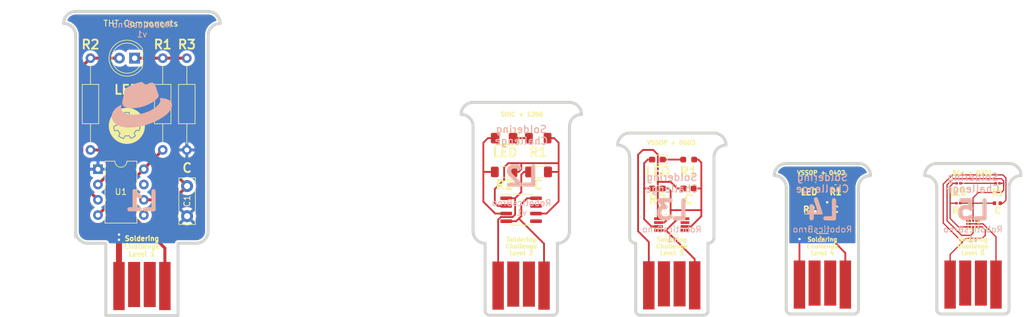
<source format=kicad_pcb>
(kicad_pcb (version 20211014) (generator pcbnew)
  (layers (0 "F.Cu" signal) (31 "B.Cu" signal) (34 "B.Paste" user) (35 "F.Paste" user) (36 "B.SilkS" user "B.Silkscreen") (37 "F.SilkS" user "F.Silkscreen") (38 "B.Mask" user) (39 "F.Mask" user) (44 "Edge.Cuts" user))
  (net 0 "")
  (net 2 "Net-(D1-Pad1)")
  (net 5 "Net-(C4-Pad1)")
  (net 7 "Net-(C6-Pad1)")
  (net 9 "Net-(C8-Pad1)")
  (net 12 "Net-(D2-Pad2)")
  (net 13 "Net-(D2-Pad1)")
  (net 14 "Net-(D3-Pad2)")
  (net 15 "Net-(D3-Pad1)")
  (net 16 "Net-(D4-Pad2)")
  (net 17 "Net-(D4-Pad1)")
  (net 18 "Net-(D5-Pad2)")
  (net 19 "Net-(D5-Pad1)")
  (net 24 "/Level 1 - THT/GND")
  (net 25 "/Level 2 - 1206/GND")
  (net 26 "/Level 1 - THT/VCC")
  (net 27 "/Level 2 - 1206/VCC")
  (net 28 "/Level 3 - 0603/GND")
  (net 29 "/Level 3 - 0603/VCC")
  (net 30 "/Level 4 - 0402/GND")
  (net 31 "/Level 4 - 0402/VCC")
  (net 32 "/Level 5 - 0201/GND")
  (net 33 "/Level 5 - 0201/VCC")
  (net 34 "Net-(C1-Pad1)")
  (net 44 "Net-(D1-Pad2)")
  (net 45 "Net-(U13-Pad1)")
  (footprint "LED_SMD:LED_1206_3216Metric_Pad1.42x1.75mm_HandSolder" (layer "F.Cu") (at 152.15 82.54 180)
    (fp_text reference "D2" hide)
    (fp_text value "LED" hide)
    (pad "1" smd roundrect locked (at -1.4875 0 180) (size 1.425 1.75) (layers "F.Cu" "F.Paste" "F.Mask") (roundrect_rratio 0.175439) (net 13 "Net-(D2-Pad1)"))
    (pad "2" smd roundrect locked (at 1.4875 0 180) (size 1.425 1.75) (layers "F.Cu" "F.Paste" "F.Mask") (roundrect_rratio 0.175439) (net 12 "Net-(D2-Pad2)"))
  )
  (footprint "Capacitor_SMD:C_1206_3216Metric_Pad1.33x1.80mm_HandSolder" (layer "F.Cu") (at 157.865 88.15 180)
    (fp_text reference "C4" hide)
    (fp_text value "4.7u")
    (pad "1" smd roundrect (at -1.5625 0 180) (size 1.325 1.8) (layers "F.Cu" "F.Paste" "F.Mask") (roundrect_rratio 0.188679) (net 5 "Net-(C4-Pad1)"))
    (pad "2" smd roundrect (at 1.5625 0 180) (size 1.325 1.8) (layers "F.Cu" "F.Paste" "F.Mask") (roundrect_rratio 0.188679) (net 25 "/Level 2 - 1206/GND"))
  )
  (footprint "Resistor_SMD:R_0603_1608Metric_Pad1.05x0.95mm_HandSolder" (layer "F.Cu") (at 177.6 90.9 180)
    (fp_text reference "R7" hide)
    (fp_text value "330R")
    (pad "1" smd roundrect locked (at -0.875 0 180) (size 1.05 0.95) (layers "F.Cu" "F.Paste" "F.Mask") (net 7 "Net-(C6-Pad1)"))
    (pad "2" smd roundrect locked (at 0.875 0 180) (size 1.05 0.95) (layers "F.Cu" "F.Paste" "F.Mask") (net 14 "Net-(D3-Pad2)"))
  )
  (footprint "Capacitor_THT:C_Disc_D7.5mm_W2.5mm_P5.00mm" (layer "F.Cu") (at 99.5 90.5 -90)
    (fp_text reference "C1" (at 2.5 0 90) (layer "F.SilkS"))
    (fp_text value "1u")
    (pad "1" thru_hole circle (at 0 0 270) (size 2 2) (drill 1) (layers *.Cu *.Mask) (net 34 "Net-(C1-Pad1)"))
    (pad "2" thru_hole circle (at 5 0 270) (size 2 2) (drill 1) (layers *.Cu *.Mask) (net 24 "/Level 1 - THT/GND"))
  )
  (footprint "Package_SO:SOIC-8_3.9x4.9mm_P1.27mm" (layer "F.Cu") (at 154.967 94.4321)
    (fp_text reference "U2" hide)
    (fp_text value "LMC555xM")
    (pad "1" smd roundrect locked (at -2.475 -1.905) (size 1.95 0.6) (layers "F.Cu" "F.Paste" "F.Mask") (net 25 "/Level 2 - 1206/GND"))
    (pad "2" smd roundrect locked (at -2.475 -0.635) (size 1.95 0.6) (layers "F.Cu" "F.Paste" "F.Mask") (net 5 "Net-(C4-Pad1)"))
    (pad "3" smd roundrect locked (at -2.475 0.635) (size 1.95 0.6) (layers "F.Cu" "F.Paste" "F.Mask") (net 12 "Net-(D2-Pad2)"))
    (pad "4" smd roundrect locked (at -2.475 1.905) (size 1.95 0.6) (layers "F.Cu" "F.Paste" "F.Mask") (net 27 "/Level 2 - 1206/VCC"))
    (pad "5" smd roundrect locked (at 2.475 1.905) (size 1.95 0.6) (layers "F.Cu" "F.Paste" "F.Mask"))
    (pad "6" smd roundrect locked (at 2.475 0.635) (size 1.95 0.6) (layers "F.Cu" "F.Paste" "F.Mask") (net 5 "Net-(C4-Pad1)"))
    (pad "7" smd roundrect locked (at 2.475 -0.635) (size 1.95 0.6) (layers "F.Cu" "F.Paste" "F.Mask"))
    (pad "8" smd roundrect locked (at 2.475 -1.905) (size 1.95 0.6) (layers "F.Cu" "F.Paste" "F.Mask") (net 27 "/Level 2 - 1206/VCC"))
  )
  (footprint "Package_SO:VSSOP-8_3.0x3.0mm_P0.65mm" (layer "F.Cu") (at 205.005 96.76)
    (fp_text reference "U4" hide)
    (fp_text value "LMC555xMM")
    (pad "1" smd rect locked (at -2.2 -0.975 270) (size 0.45 1.45) (layers "F.Cu" "F.Paste" "F.Mask") (net 30 "/Level 4 - 0402/GND"))
    (pad "2" smd rect locked (at -2.2 -0.325 270) (size 0.45 1.45) (layers "F.Cu" "F.Paste" "F.Mask") (net 9 "Net-(C8-Pad1)"))
    (pad "3" smd rect locked (at -2.2 0.325 270) (size 0.45 1.45) (layers "F.Cu" "F.Paste" "F.Mask") (net 16 "Net-(D4-Pad2)"))
    (pad "4" smd rect locked (at -2.2 0.975 270) (size 0.45 1.45) (layers "F.Cu" "F.Paste" "F.Mask") (net 31 "/Level 4 - 0402/VCC"))
    (pad "5" smd rect locked (at 2.2 0.975 270) (size 0.45 1.45) (layers "F.Cu" "F.Paste" "F.Mask"))
    (pad "6" smd rect locked (at 2.2 0.325 270) (size 0.45 1.45) (layers "F.Cu" "F.Paste" "F.Mask") (net 9 "Net-(C8-Pad1)"))
    (pad "7" smd rect locked (at 2.2 -0.325 270) (size 0.45 1.45) (layers "F.Cu" "F.Paste" "F.Mask"))
    (pad "8" smd rect locked (at 2.2 -0.975 270) (size 0.45 1.45) (layers "F.Cu" "F.Paste" "F.Mask") (net 31 "/Level 4 - 0402/VCC"))
  )
  (footprint "LED_SMD:LED_0402_1005Metric" (layer "F.Cu") (at 202.8 89.898 180)
    (fp_text reference "D4" hide)
    (fp_text value "LED" hide)
    (pad "1" smd roundrect locked (at -0.485 0 180) (size 0.59 0.64) (layers "F.Cu" "F.Paste" "F.Mask") (net 17 "Net-(D4-Pad1)"))
    (pad "2" smd roundrect locked (at 0.485 0 180) (size 0.59 0.64) (layers "F.Cu" "F.Paste" "F.Mask") (net 16 "Net-(D4-Pad2)"))
  )
  (footprint "Resistor_SMD:R_1206_3216Metric_Pad1.30x1.75mm_HandSolder" (layer "F.Cu") (at 152.15 88.15 180)
    (fp_text reference "R4" hide)
    (fp_text value "330R")
    (pad "1" smd roundrect (at -1.55 0 180) (size 1.3 1.75) (layers "F.Cu" "F.Paste" "F.Mask") (roundrect_rratio 0.192308) (net 5 "Net-(C4-Pad1)"))
    (pad "2" smd roundrect (at 1.55 0 180) (size 1.3 1.75) (layers "F.Cu" "F.Paste" "F.Mask") (roundrect_rratio 0.192308) (net 12 "Net-(D2-Pad2)"))
  )
  (footprint "Package_SO:VSSOP-8_3.0x3.0mm_P0.65mm" (layer "F.Cu") (at 179.986 96.887)
    (fp_text reference "U3" hide)
    (fp_text value "LMC555xMM")
    (pad "1" smd rect locked (at -2.2 -0.975 270) (size 0.45 1.45) (layers "F.Cu" "F.Paste" "F.Mask") (net 28 "/Level 3 - 0603/GND"))
    (pad "2" smd rect locked (at -2.2 -0.325 270) (size 0.45 1.45) (layers "F.Cu" "F.Paste" "F.Mask") (net 7 "Net-(C6-Pad1)"))
    (pad "3" smd rect locked (at -2.2 0.325 270) (size 0.45 1.45) (layers "F.Cu" "F.Paste" "F.Mask") (net 14 "Net-(D3-Pad2)"))
    (pad "4" smd rect locked (at -2.2 0.975 270) (size 0.45 1.45) (layers "F.Cu" "F.Paste" "F.Mask") (net 29 "/Level 3 - 0603/VCC"))
    (pad "5" smd rect locked (at 2.2 0.975 270) (size 0.45 1.45) (layers "F.Cu" "F.Paste" "F.Mask"))
    (pad "6" smd rect locked (at 2.2 0.325 270) (size 0.45 1.45) (layers "F.Cu" "F.Paste" "F.Mask") (net 7 "Net-(C6-Pad1)"))
    (pad "7" smd rect locked (at 2.2 -0.325 270) (size 0.45 1.45) (layers "F.Cu" "F.Paste" "F.Mask"))
    (pad "8" smd rect locked (at 2.2 -0.975 270) (size 0.45 1.45) (layers "F.Cu" "F.Paste" "F.Mask") (net 29 "/Level 3 - 0603/VCC"))
  )
  (footprint "LED_SMD:LED_0201_0603Metric" (layer "F.Cu") (at 227.611 90.043 180)
    (fp_text reference "D5" hide)
    (fp_text value "LED")
    (pad "1" smd roundrect locked (at -0.32 0 180) (size 0.46 0.4) (layers "F.Cu" "F.Mask") (net 19 "Net-(D5-Pad1)"))
    (pad "2" smd roundrect locked (at 0.32 0 180) (size 0.46 0.4) (layers "F.Cu" "F.Mask") (net 18 "Net-(D5-Pad2)"))
  )
  (footprint "Resistor_SMD:R_0402_1005Metric" (layer "F.Cu") (at 202.8 93.2 180)
    (fp_text reference "R10" hide)
    (fp_text value "330R")
    (pad "1" smd roundrect locked (at -0.485 0 180) (size 0.59 0.64) (layers "F.Cu" "F.Paste" "F.Mask") (net 9 "Net-(C8-Pad1)"))
    (pad "2" smd roundrect locked (at 0.485 0 180) (size 0.59 0.64) (layers "F.Cu" "F.Paste" "F.Mask") (net 16 "Net-(D4-Pad2)"))
  )
  (footprint "Package_BGA:Texas_DSBGA-8_1.43x1.41mm_Layout3x3_P0.5mm" (layer "F.Cu") (at 230.024 96.774 -90)
    (fp_text reference "U5" hide)
    (fp_text value "LMC555xTP")
    (pad "A1" smd circle locked (at -0.5 -0.5 270) (size 0.25 0.25) (layers "F.Cu" "F.Mask"))
    (pad "A1" smd rect locked (at -0.5 -0.75 270) (size 0.3 0.8) (layers "F.Cu" "F.Mask"))
    (pad "A2" smd circle locked (at 0 -0.5 270) (size 0.25 0.25) (layers "F.Cu" "F.Mask") (net 33 "/Level 5 - 0201/VCC"))
    (pad "A2" smd rect locked (at 0 -0.75 270) (size 0.3 0.8) (layers "F.Cu" "F.Mask") (net 33 "/Level 5 - 0201/VCC"))
    (pad "A3" smd rect locked (at 0.5 -0.75 270) (size 0.3 0.8) (layers "F.Cu" "F.Mask") (net 32 "/Level 5 - 0201/GND"))
    (pad "A3" smd circle locked (at 0.5 -0.5 270) (size 0.25 0.25) (layers "F.Cu" "F.Mask") (net 32 "/Level 5 - 0201/GND"))
    (pad "B1" smd circle locked (at -0.5 0 270) (size 0.25 0.25) (layers "F.Cu" "F.Mask") (net 45 "Net-(U13-Pad1)"))
    (pad "B1" smd rect locked (at -0.75 0 270) (size 0.8 0.3) (layers "F.Cu" "F.Mask") (net 45 "Net-(U13-Pad1)"))
    (pad "B3" smd circle locked (at 0.5 0 270) (size 0.25 0.25) (layers "F.Cu" "F.Paste" "F.Mask") (net 45 "Net-(U13-Pad1)"))
    (pad "B3" smd rect locked (at 0.75 0 270) (size 0.8 0.3) (layers "F.Cu" "F.Mask") (net 45 "Net-(U13-Pad1)"))
    (pad "C1" smd circle locked (at -0.5 0.5 270) (size 0.25 0.25) (layers "F.Cu" "F.Mask"))
    (pad "C1" smd rect locked (at -0.5 0.75 270) (size 0.3 0.8) (layers "F.Cu" "F.Mask"))
    (pad "C2" smd rect locked (at 0 0.75 270) (size 0.3 0.8) (layers "F.Cu" "F.Mask") (net 33 "/Level 5 - 0201/VCC"))
    (pad "C2" smd circle locked (at 0 0.5 270) (size 0.25 0.25) (layers "F.Cu" "F.Mask") (net 33 "/Level 5 - 0201/VCC"))
    (pad "C3" smd circle locked (at 0.5 0.5 270) (size 0.25 0.25) (layers "F.Cu" "F.Mask") (net 18 "Net-(D5-Pad2)"))
    (pad "C3" smd rect locked (at 0.5 0.75 270) (size 0.3 0.8) (layers "F.Cu" "F.Mask") (net 18 "Net-(D5-Pad2)"))
  )
  (footprint "Package_DIP:DIP-8_W7.62mm" (layer "F.Cu") (at 84.7 87.7)
    (fp_text reference "U1" (at 3.81 3.75) (layer "F.SilkS"))
    (fp_text value "LM555xN")
    (pad "1" thru_hole rect locked (at 0 0) (size 1.6 1.6) (drill 0.8) (layers *.Cu *.Mask) (net 24 "/Level 1 - THT/GND"))
    (pad "2" thru_hole oval locked (at 0 2.54) (size 1.6 1.6) (drill 0.8) (layers *.Cu *.Mask) (net 34 "Net-(C1-Pad1)"))
    (pad "3" thru_hole oval locked (at 0 5.08) (size 1.6 1.6) (drill 0.8) (layers *.Cu *.Mask) (net 44 "Net-(D1-Pad2)"))
    (pad "4" thru_hole oval locked (at 0 7.62) (size 1.6 1.6) (drill 0.8) (layers *.Cu *.Mask) (net 26 "/Level 1 - THT/VCC"))
    (pad "5" thru_hole oval locked (at 7.62 7.62) (size 1.6 1.6) (drill 0.8) (layers *.Cu *.Mask))
    (pad "6" thru_hole oval locked (at 7.62 5.08) (size 1.6 1.6) (drill 0.8) (layers *.Cu *.Mask) (net 34 "Net-(C1-Pad1)"))
    (pad "7" thru_hole oval locked (at 7.62 2.54) (size 1.6 1.6) (drill 0.8) (layers *.Cu *.Mask))
    (pad "8" thru_hole oval locked (at 7.62 0) (size 1.6 1.6) (drill 0.8) (layers *.Cu *.Mask) (net 26 "/Level 1 - THT/VCC"))
  )
  (footprint "Capacitor_SMD:C_0603_1608Metric_Pad1.08x0.95mm_HandSolder" (layer "F.Cu") (at 182.8 90.9 180)
    (fp_text reference "C6" hide)
    (fp_text value "4.7u")
    (pad "1" smd roundrect (at -0.8625 0 180) (size 1.075 0.95) (layers "F.Cu" "F.Paste" "F.Mask") (net 7 "Net-(C6-Pad1)"))
    (pad "2" smd roundrect (at 0.8625 0 180) (size 1.075 0.95) (layers "F.Cu" "F.Paste" "F.Mask") (net 28 "/Level 3 - 0603/GND"))
  )
  (footprint "Resistor_THT:R_Axial_DIN0207_L6.3mm_D2.5mm_P15.24mm_Horizontal" (layer "F.Cu") (at 95.455 84.5 90)
    (fp_text reference "R1" hide)
    (fp_text value "470")
    (pad "1" thru_hole circle (at 0 0 90) (size 1.6 1.6) (drill 0.8) (layers *.Cu *.Mask) (net 26 "/Level 1 - THT/VCC"))
    (pad "2" thru_hole oval (at 15.24 0 90) (size 1.6 1.6) (drill 0.8) (layers *.Cu *.Mask) (net 2 "Net-(D1-Pad1)"))
  )
  (footprint "LED_THT:LED_D5.0mm" (layer "F.Cu") (at 90.795 69.26 180)
    (fp_text reference "D1" hide)
    (fp_text value "LED")
    (pad "1" thru_hole rect locked (at 0 0 180) (size 1.8 1.8) (drill 0.9) (layers *.Cu *.Mask) (net 2 "Net-(D1-Pad1)"))
    (pad "2" thru_hole circle locked (at 2.54 0 180) (size 1.8 1.8) (drill 0.9) (layers *.Cu *.Mask) (net 44 "Net-(D1-Pad2)"))
  )
  (footprint "LED_SMD:LED_0603_1608Metric_Pad1.05x0.95mm_HandSolder" (layer "F.Cu") (at 177.6 86.1 180)
    (fp_text reference "D3" hide)
    (fp_text value "LED" hide)
    (pad "1" smd roundrect locked (at -0.875 0 180) (size 1.05 0.95) (layers "F.Cu" "F.Paste" "F.Mask") (net 15 "Net-(D3-Pad1)"))
    (pad "2" smd roundrect locked (at 0.875 0 180) (size 1.05 0.95) (layers "F.Cu" "F.Paste" "F.Mask") (net 14 "Net-(D3-Pad2)"))
  )
  (footprint "Robotarna_KiCad_Library:usb-PCB" (layer "F.Cu") (at 92 112)
    (fp_text reference "J2" hide)
    (fp_text value "USB_A" hide)
    (pad "1" connect rect (at 3.81 -4.9) (size 1.9 8) (layers "F.Cu" "F.Mask") (net 26 "/Level 1 - THT/VCC"))
    (pad "2" connect rect (at 1.3 -5.15) (size 2 7.5) (layers "F.Cu" "F.Mask"))
    (pad "3" connect rect (at -1.3 -5.15) (size 2 7.5) (layers "F.Cu" "F.Mask"))
    (pad "4" connect rect (at -3.81 -4.9) (size 1.9 8) (layers "F.Cu" "F.Mask") (net 24 "/Level 1 - THT/GND"))
  )
  (footprint "Capacitor_SMD:C_0402_1005Metric" (layer "F.Cu") (at 207.2 93.2 180)
    (fp_text reference "C8" hide)
    (fp_text value "4.7u")
    (pad "1" smd roundrect locked (at -0.485 0 180) (size 0.59 0.64) (layers "F.Cu" "F.Paste" "F.Mask") (net 9 "Net-(C8-Pad1)"))
    (pad "2" smd roundrect locked (at 0.485 0 180) (size 0.59 0.64) (layers "F.Cu" "F.Paste" "F.Mask") (net 30 "/Level 4 - 0402/GND"))
  )
  (footprint "Resistor_THT:R_Axial_DIN0207_L6.3mm_D2.5mm_P15.24mm_Horizontal" (layer "F.Cu") (at 99.455 69.26 -90)
    (fp_text reference "R3" hide)
    (fp_text value "470")
    (pad "1" thru_hole circle (at 0 0 270) (size 1.6 1.6) (drill 0.8) (layers *.Cu *.Mask) (net 2 "Net-(D1-Pad1)"))
    (pad "2" thru_hole oval (at 15.24 0 270) (size 1.6 1.6) (drill 0.8) (layers *.Cu *.Mask) (net 24 "/Level 1 - THT/GND"))
  )
  (footprint "Robotarna_KiCad_Library:usb-PCB" (layer "F.Cu") (at 230.024 111.76)
    (fp_text reference "U12" hide)
    (fp_text value "USB_A" hide)
    (pad "1" connect rect (at 3.81 -4.9) (size 1.9 8) (layers "F.Cu" "F.Mask") (net 33 "/Level 5 - 0201/VCC"))
    (pad "2" connect rect (at 1.3 -5.15) (size 2 7.5) (layers "F.Cu" "F.Mask"))
    (pad "3" connect rect (at -1.3 -5.15) (size 2 7.5) (layers "F.Cu" "F.Mask"))
    (pad "4" connect rect (at -3.81 -4.9) (size 1.9 8) (layers "F.Cu" "F.Mask") (net 32 "/Level 5 - 0201/GND"))
  )
  (footprint "Robotarna_KiCad_Library:RobotarnaLogo-6mm" (layer "F.Cu") (at 89.5 80.5)
    (fp_text reference "Kolecko1" hide)
    (fp_text value "robotarnaLogo" hide)
  )
  (footprint "Robotarna_KiCad_Library:usb-PCB" (layer "F.Cu") (at 179.986 111.887)
    (fp_text reference "U8" hide)
    (fp_text value "USB_A" hide)
    (pad "1" connect rect (at 3.81 -4.9) (size 1.9 8) (layers "F.Cu" "F.Mask") (net 29 "/Level 3 - 0603/VCC"))
    (pad "2" connect rect (at 1.3 -5.15) (size 2 7.5) (layers "F.Cu" "F.Mask"))
    (pad "3" connect rect (at -1.3 -5.15) (size 2 7.5) (layers "F.Cu" "F.Mask"))
    (pad "4" connect rect (at -3.81 -4.9) (size 1.9 8) (layers "F.Cu" "F.Mask") (net 28 "/Level 3 - 0603/GND"))
  )
  (footprint "Resistor_SMD:R_0201_0603Metric" (layer "F.Cu") (at 227.578 93.345 180)
    (fp_text reference "U13" hide)
    (fp_text value "330R")
    (pad "1" smd roundrect (at -0.32 0 180) (size 0.46 0.4) (layers "F.Cu" "F.Mask") (net 45 "Net-(U13-Pad1)"))
    (pad "2" smd roundrect (at 0.32 0 180) (size 0.46 0.4) (layers "F.Cu" "F.Mask") (net 18 "Net-(D5-Pad2)"))
  )
  (footprint "Resistor_SMD:R_0201_0603Metric" (layer "F.Cu") (at 234.088 90.043 180)
    (fp_text reference "U14" hide)
    (fp_text value "1k")
    (pad "1" smd roundrect (at -0.32 0 180) (size 0.46 0.4) (layers "F.Cu" "F.Mask") (net 45 "Net-(U13-Pad1)"))
    (pad "2" smd roundrect (at 0.32 0 180) (size 0.46 0.4) (layers "F.Cu" "F.Mask") (net 19 "Net-(D5-Pad1)"))
  )
  (footprint "Resistor_SMD:R_1206_3216Metric_Pad1.30x1.75mm_HandSolder" (layer "F.Cu") (at 157.8142 82.54 180)
    (fp_text reference "U7" hide)
    (fp_text value "1k")
    (pad "1" smd roundrect (at -1.55 0 180) (size 1.3 1.75) (layers "F.Cu" "F.Paste" "F.Mask") (roundrect_rratio 0.192308) (net 5 "Net-(C4-Pad1)"))
    (pad "2" smd roundrect (at 1.55 0 180) (size 1.3 1.75) (layers "F.Cu" "F.Paste" "F.Mask") (roundrect_rratio 0.192308) (net 13 "Net-(D2-Pad1)"))
  )
  (footprint "Resistor_SMD:R_0603_1608Metric_Pad0.98x0.95mm_HandSolder" (layer "F.Cu") (at 182.8 86.1 180)
    (fp_text reference "U9" hide)
    (fp_text value "1k")
    (pad "1" smd roundrect (at -0.9125 0 180) (size 0.975 0.95) (layers "F.Cu" "F.Paste" "F.Mask") (net 7 "Net-(C6-Pad1)"))
    (pad "2" smd roundrect (at 0.9125 0 180) (size 0.975 0.95) (layers "F.Cu" "F.Paste" "F.Mask") (net 15 "Net-(D3-Pad1)"))
  )
  (footprint "Robotarna_KiCad_Library:usb-PCB" (layer "F.Cu") (at 205.005 111.76)
    (fp_text reference "U10" hide)
    (fp_text value "USB_A" hide)
    (pad "1" connect rect (at 3.81 -4.9) (size 1.9 8) (layers "F.Cu" "F.Mask") (net 31 "/Level 4 - 0402/VCC"))
    (pad "2" connect rect (at 1.3 -5.15) (size 2 7.5) (layers "F.Cu" "F.Mask"))
    (pad "3" connect rect (at -1.3 -5.15) (size 2 7.5) (layers "F.Cu" "F.Mask"))
    (pad "4" connect rect (at -3.81 -4.9) (size 1.9 8) (layers "F.Cu" "F.Mask") (net 30 "/Level 4 - 0402/GND"))
  )
  (footprint "Capacitor_SMD:C_0402_1005Metric" (layer "F.Cu") (at 234.055 93.345)
    (fp_text reference "U15" hide)
    (fp_text value "4.7u")
    (pad "1" smd roundrect (at -0.48 0) (size 0.56 0.62) (layers "F.Cu" "F.Paste" "F.Mask") (net 45 "Net-(U13-Pad1)"))
    (pad "2" smd roundrect (at 0.48 0) (size 0.56 0.62) (layers "F.Cu" "F.Paste" "F.Mask") (net 32 "/Level 5 - 0201/GND"))
  )
  (footprint "Resistor_THT:R_Axial_DIN0207_L6.3mm_D2.5mm_P15.24mm_Horizontal" (layer "F.Cu") (at 83.455 84.5 90)
    (fp_text reference "R2" hide)
    (fp_text value "1M")
    (pad "1" thru_hole circle (at 0 0 90) (size 1.6 1.6) (drill 0.8) (layers *.Cu *.Mask) (net 34 "Net-(C1-Pad1)"))
    (pad "2" thru_hole oval (at 15.24 0 90) (size 1.6 1.6) (drill 0.8) (layers *.Cu *.Mask) (net 44 "Net-(D1-Pad2)"))
  )
  (footprint "Resistor_SMD:R_0402_1005Metric" (layer "F.Cu") (at 207.2 89.898 180)
    (fp_text reference "U11" hide)
    (fp_text value "1k")
    (pad "1" smd roundrect (at -0.51 0 180) (size 0.54 0.64) (layers "F.Cu" "F.Paste" "F.Mask") (net 9 "Net-(C8-Pad1)"))
    (pad "2" smd roundrect (at 0.51 0 180) (size 0.54 0.64) (layers "F.Cu" "F.Paste" "F.Mask") (net 17 "Net-(D4-Pad1)"))
  )
  (footprint "Robotarna_KiCad_Library:usb-PCB" (layer "F.Cu") (at 154.967 111.9321)
    (fp_text reference "U6" hide)
    (fp_text value "USB_A" hide)
    (pad "1" connect rect (at 3.81 -4.9) (size 1.9 8) (layers "F.Cu" "F.Mask") (net 27 "/Level 2 - 1206/VCC"))
    (pad "2" connect rect (at 1.3 -5.15) (size 2 7.5) (layers "F.Cu" "F.Mask"))
    (pad "3" connect rect (at -1.3 -5.15) (size 2 7.5) (layers "F.Cu" "F.Mask"))
    (pad "4" connect rect (at -3.81 -4.9) (size 1.9 8) (layers "F.Cu" "F.Mask") (net 25 "/Level 2 - 1206/GND"))
  )
  (footprint "Robotarna_KiCad_Library:RedhatLogo" (layer "B.Cu") (at 92 77 180)
    (fp_text reference "Klobouek1" hide)
    (fp_text value "redhatLogo" hide)
  )
  (gr_arc (start 187 85.7) (mid 187.585786 84.285786) (end 189 83.7) (layer "Edge.Cuts") (width 0.5))
  (gr_arc (start 171 83.7) (mid 172.414214 84.285786) (end 173 85.7) (layer "Edge.Cuts") (width 0.5))
  (gr_line (start 86 100) (end 86 112) (layer "Edge.Cuts") (width 0.5))
  (gr_arc (start 103 65.5) (mid 103.585786 64.085786) (end 105 63.5) (layer "Edge.Cuts") (width 0.5))
  (gr_arc (start 187 81.7) (mid 188.414214 82.285786) (end 189 83.7) (layer "Edge.Cuts") (width 0.5))
  (gr_arc (start 149.75 111.95) (mid 149.21967 111.73033) (end 149 111.2) (layer "Edge.Cuts") (width 0.5))
  (gr_arc (start 224.75 111.75) (mid 224.21967 111.53033) (end 224 111) (layer "Edge.Cuts") (width 0.5))
  (gr_line (start 98 112) (end 98 100) (layer "Edge.Cuts") (width 0.5))
  (gr_arc (start 222 88.75) (mid 222.585786 87.335786) (end 224 86.75) (layer "Edge.Cuts") (width 0.5))
  (gr_arc (start 83 100) (mid 81.585786 99.414214) (end 81 98) (layer "Edge.Cuts") (width 0.5))
  (gr_arc (start 174.75 111.95) (mid 174.21967 111.73033) (end 174 111.2) (layer "Edge.Cuts") (width 0.5))
  (gr_arc (start 186 111.2) (mid 185.78033 111.73033) (end 185.25 111.95) (layer "Edge.Cuts") (width 0.5))
  (gr_arc (start 163 80.6) (mid 163.585786 79.185786) (end 165 78.6) (layer "Edge.Cuts") (width 0.5))
  (gr_arc (start 103 61.5) (mid 104.414214 62.085786) (end 105 63.5) (layer "Edge.Cuts") (width 0.5))
  (gr_line (start 174.75 111.95) (end 185.25 111.95) (layer "Edge.Cuts") (width 0.5))
  (gr_arc (start 171 83.7) (mid 171.585786 82.285786) (end 173 81.7) (layer "Edge.Cuts") (width 0.5))
  (gr_line (start 199 90.75) (end 199 111) (layer "Edge.Cuts") (width 0.5))
  (gr_line (start 186 111.2) (end 186 100) (layer "Edge.Cuts") (width 0.5))
  (gr_line (start 199.75 111.75) (end 210.25 111.75) (layer "Edge.Cuts") (width 0.5))
  (gr_line (start 161 111.2) (end 160.997 100) (layer "Edge.Cuts") (width 0.5))
  (gr_arc (start 163 76.6) (mid 164.414214 77.185786) (end 165 78.6) (layer "Edge.Cuts") (width 0.5))
  (gr_arc (start 79 63.5) (mid 79.585786 62.085786) (end 81 61.5) (layer "Edge.Cuts") (width 0.5))
  (gr_arc (start 145 78.6) (mid 146.414214 79.185786) (end 147 80.6) (layer "Edge.Cuts") (width 0.5))
  (gr_arc (start 103 98) (mid 102.414214 99.414214) (end 101 100) (layer "Edge.Cuts") (width 0.5))
  (gr_line (start 86 112) (end 98 112) (layer "Edge.Cuts") (width 0.5))
  (gr_line (start 199 86.75) (end 211 86.75) (layer "Edge.Cuts") (width 0.5))
  (gr_arc (start 211 111) (mid 210.78033 111.53033) (end 210.25 111.75) (layer "Edge.Cuts") (width 0.5))
  (gr_line (start 224.75 111.75) (end 235.25 111.75) (layer "Edge.Cuts") (width 0.5))
  (gr_line (start 174 100) (end 174 111.2) (layer "Edge.Cuts") (width 0.5))
  (gr_line (start 147 76.6) (end 163 76.6) (layer "Edge.Cuts") (width 0.5))
  (gr_arc (start 222 88.75) (mid 223.414214 89.335786) (end 224 90.75) (layer "Edge.Cuts") (width 0.5))
  (gr_arc (start 145 78.6) (mid 145.585786 77.185786) (end 147 76.6) (layer "Edge.Cuts") (width 0.5))
  (gr_arc (start 161 111.2) (mid 160.78033 111.73033) (end 160.25 111.95) (layer "Edge.Cuts") (width 0.5))
  (gr_line (start 211 111) (end 211 90.75) (layer "Edge.Cuts") (width 0.5))
  (gr_line (start 224 90.75) (end 224 111) (layer "Edge.Cuts") (width 0.5))
  (gr_line (start 149 100) (end 149 111.2) (layer "Edge.Cuts") (width 0.5))
  (gr_line (start 149.75 111.95) (end 160.25 111.95) (layer "Edge.Cuts") (width 0.5))
  (gr_line (start 103 98) (end 103 65.5) (layer "Edge.Cuts") (width 0.5))
  (gr_arc (start 236 111) (mid 235.78033 111.53033) (end 235.25 111.75) (layer "Edge.Cuts") (width 0.5))
  (gr_arc (start 236 90.75) (mid 236.585786 89.335786) (end 238 88.75) (layer "Edge.Cuts") (width 0.5))
  (gr_arc (start 199.75 111.75) (mid 199.21967 111.53033) (end 199 111) (layer "Edge.Cuts") (width 0.5))
  (gr_arc (start 197 88.75) (mid 197.585786 87.335786) (end 199 86.75) (layer "Edge.Cuts") (width 0.5))
  (gr_line (start 224 86.75) (end 236 86.75) (layer "Edge.Cuts") (width 0.5))
  (gr_arc (start 79 63.5) (mid 80.414214 64.085786) (end 81 65.5) (layer "Edge.Cuts") (width 0.5))
  (gr_arc (start 236 86.75) (mid 237.414214 87.335786) (end 238 88.75) (layer "Edge.Cuts") (width 0.5))
  (gr_line (start 236 111) (end 236 90.75) (layer "Edge.Cuts") (width 0.5))
  (gr_line (start 81 61.5) (end 103 61.5) (layer "Edge.Cuts") (width 0.5))
  (gr_arc (start 211 86.75) (mid 212.414214 87.335786) (end 213 88.75) (layer "Edge.Cuts") (width 0.5))
  (gr_line (start 173 81.7) (end 187 81.7) (layer "Edge.Cuts") (width 0.5))
  (gr_line (start 81 99) (end 81 65.5) (layer "Edge.Cuts") (width 0.5))
  (gr_arc (start 211 90.75) (mid 211.585786 89.335786) (end 213 88.75) (layer "Edge.Cuts") (width 0.5))
  (gr_arc (start 197 88.75) (mid 198.414214 89.335786) (end 199 90.75) (layer "Edge.Cuts") (width 0.5))
  (gr_line (start 98 100) (end 101 100) (layer "Edge.Cuts") (width 0.5))
  (gr_line (start 83 100) (end 86 100) (layer "Edge.Cuts") (width 0.5))
  (gr_line (start 187 85.7) (end 187 99) (layer "Edge.Cuts") (width 0.5))
  (gr_line (start 147 80.6) (end 147 98) (layer "Edge.Cuts") (width 0.5))
  (gr_arc (start 187 99) (mid 186.707107 99.707107) (end 186 100) (layer "Edge.Cuts") (width 0.5))
  (gr_line (start 173 85.7) (end 173 99) (layer "Edge.Cuts") (width 0.5))
  (gr_arc (start 149 100) (mid 147.585786 99.414214) (end 147 98) (layer "Edge.Cuts") (width 0.5))
  (gr_arc (start 174 100) (mid 173.292893 99.707107) (end 173 99) (layer "Edge.Cuts") (width 0.5))
  (gr_line (start 163 80.6) (end 162.997 98) (layer "Edge.Cuts") (width 0.5))
  (gr_arc (start 162.997 98) (mid 162.411214 99.414214) (end 160.997 100) (layer "Edge.Cuts") (width 0.5))
  (gr_text "RoboticsBrno\nv1" (at 205 98.5) (layer "B.SilkS") (effects (font (size 1 1)) (justify mirror)))
  (gr_text "L4" (at 205 94.5) (layer "B.SilkS") (effects (font (size 3 3) (thickness 0.7)) (justify mirror)))
  (gr_text "Soldering\nChallenge\n" (at 205 90) (layer "B.SilkS") (effects (font (size 1.2 1.2) (thickness 0.2)) (justify mirror)))
  (gr_text "RoboticsBrno\nv1" (at 180 98.5) (layer "B.SilkS") (effects (font (size 1 1)) (justify mirror)))
  (gr_text "Soldering\nChallenge\n" (at 180 90) (layer "B.SilkS") (effects (font (size 1.2 1.2) (thickness 0.2)) (justify mirror)))
  (gr_text "L3" (at 180 94.5) (layer "B.SilkS") (effects (font (size 3 3) (thickness 0.7)) (justify mirror)))
  (gr_text "Soldering\nChallenge\n" (at 155 82.05) (layer "B.SilkS") (effects (font (size 1.2 1.2) (thickness 0.2)) (justify mirror)))
  (gr_text "RoboticsBrno\nv1" (at 155.05 94.1) (layer "B.SilkS") (effects (font (size 1 1)) (justify mirror)))
  (gr_text "L2" (at 155.05 88.9) (layer "B.SilkS") (effects (font (size 3 3) (thickness 0.7)) (justify mirror)))
  (gr_text "L1" (at 92 93) (layer "B.SilkS") (effects (font (size 3 3) (thickness 0.7)) (justify mirror)))
  (gr_text "RoboticsBrno\nv1" (at 92 64.5) (layer "B.SilkS") (effects (font (size 1 1)) (justify mirror)))
  (gr_text "RoboticsBrno\nv1" (at 230 98.5) (layer "B.SilkS") (effects (font (size 1 1)) (justify mirror)))
  (gr_text "Soldering\nChallenge\n" (at 230 90) (layer "B.SilkS") (effects (font (size 1.2 1.2) (thickness 0.2)) (justify mirror)))
  (gr_text "L5" (at 230 94.5) (layer "B.SilkS") (effects (font (size 3 3) (thickness 0.7)) (justify mirror)))
  (gr_text "Soldering\nChallenge\nLevel 2" (at 155 100.5) (layer "F.SilkS") (effects (font (size 0.7 0.7) (thickness 0.175))))
  (gr_text "Soldering\nChallenge\nLevel 1" (at 92 100.5) (layer "F.SilkS") (effects (font (size 0.8 0.8) (thickness 0.2))))
  (gr_text "Soldering\nChallenge\nLevel 3" (at 180 100.5) (layer "F.SilkS") (effects (font (size 0.7 0.7) (thickness 0.175))))
  (gr_text "Soldering\nChallenge\nLevel 4" (at 205 100.5) (layer "F.SilkS") (effects (font (size 0.7 0.7) (thickness 0.175))))
  (gr_text "Soldering\nChallenge\nLevel 5" (at 230 100.5) (layer "F.SilkS") (effects (font (size 0.7 0.7) (thickness 0.175))))
  (gr_text "SOIC + 1206" (at 155.1 78.6) (layer "F.SilkS") (effects (font (size 0.7 0.7) (thickness 0.175))))
  (gr_text "VSSOP + 0603" (at 179.9 83.3) (layer "F.SilkS") (effects (font (size 0.7 0.7) (thickness 0.175))))
  (gr_text "VSSOP + 0402" (at 204.8 88.3) (layer "F.SilkS") (effects (font (size 0.7 0.7) (thickness 0.175))))
  (gr_text "BGA + 0201" (at 229.9 88.3) (layer "F.SilkS") (effects (font (size 0.7 0.7) (thickness 0.175))))
  (gr_text "LED" (at 89.455 74.5) (layer "F.SilkS") (effects (font (size 1.5 1.5) (thickness 0.3))))
  (gr_text "LED" (at 227.6 91.6) (layer "F.SilkS") (effects (font (size 1 1) (thickness 0.25))))
  (gr_text "THT Components" (at 91.821 63.5) (layer "F.SilkS") (effects (font (size 1 1))))
  (gr_text "R1" (at 95.455 67) (layer "F.SilkS") (effects (font (size 1.5 1.5) (thickness 0.3))))
  (gr_text "R1" (at 207.2 91.5) (layer "F.SilkS") (effects (font (size 1 1) (thickness 0.25))))
  (gr_text "C" (at 207.2 94.4) (layer "F.SilkS") (effects (font (size 1 1) (thickness 0.25))))
  (gr_text "C" (at 234.1 94.6) (layer "F.SilkS") (effects (font (size 1 1) (thickness 0.25))))
  (gr_text "R2" (at 227.6 94.6) (layer "F.SilkS") (effects (font (size 1 1) (thickness 0.25))))
  (gr_text "LED" (at 177.7 88.1) (layer "F.SilkS") (effects (font (size 1.5 1.5) (thickness 0.3))))
  (gr_text "R2" (at 177.6 92.7) (layer "F.SilkS") (effects (font (size 1.5 1.5) (thickness 0.3))))
  (gr_text "R2" (at 202.8 94.4) (layer "F.SilkS") (effects (font (size 1 1) (thickness 0.25))))
  (gr_text "R3" (at 99.455 67) (layer "F.SilkS") (effects (font (size 1.5 1.5) (thickness 0.3))))
  (gr_text "LED" (at 152.3 84.9) (layer "F.SilkS") (effects (font (size 1.5 1.5) (thickness 0.3))))
  (gr_text "R1" (at 182.8 88.1) (layer "F.SilkS") (effects (font (size 1.5 1.5) (thickness 0.3))))
  (gr_text "C" (at 182.8 92.7) (layer "F.SilkS") (effects (font (size 1.5 1.5) (thickness 0.3))))
  (gr_text "R1" (at 234.1 91.6) (layer "F.SilkS") (effects (font (size 1 1) (thickness 0.25))))
  (gr_text "LED" (at 202.8 91.5) (layer "F.SilkS") (effects (font (size 1 1) (thickness 0.25))))
  (gr_text "R1" (at 157.8 84.9) (layer "F.SilkS") (effects (font (size 1.5 1.5) (thickness 0.3))))
  (gr_text "R2" (at 152.2 90.3) (layer "F.SilkS") (effects (font (size 1.5 1.5) (thickness 0.3))))
  (gr_text "C" (at 157.8 90.3) (layer "F.SilkS") (effects (font (size 1.5 1.5) (thickness 0.3))))
  (gr_text "C" (at 99.5 87.5) (layer "F.SilkS") (effects (font (size 1.5 1.5) (thickness 0.3))))
  (gr_text "R2" (at 83.455 67) (layer "F.SilkS") (effects (font (size 1.5 1.5) (thickness 0.3))))
  (segment (start 95.455 69.26) (end 90.795 69.26) (width 0.5) (layer "F.Cu") (net 2))
  (segment (start 99.455 69.26) (end 95.455 69.26) (width 0.5) (layer "F.Cu") (net 2))
  (segment (start 159.4275 88.15) (end 161.15 88.15) (width 0.3) (layer "F.Cu") (net 5))
  (segment (start 150.6 93.3) (end 150.6 91) (width 0.3) (layer "F.Cu") (net 5))
  (segment (start 161.2 83.3) (end 161.2 87.2) (width 0.3) (layer "F.Cu") (net 5))
  (segment (start 154.55 88.15) (end 155 87.7) (width 0.3) (layer "F.Cu") (net 5))
  (segment (start 159.3642 82.54) (end 160.44 82.54) (width 0.3) (layer "F.Cu") (net 5))
  (segment (start 152.15 87.4) (end 152.85 86.7) (width 0.3) (layer "F.Cu") (net 5))
  (segment (start 151.0971 93.7971) (end 150.6 93.3) (width 0.3) (layer "F.Cu") (net 5))
  (segment (start 153.7 88.15) (end 154.55 88.15) (width 0.3) (layer "F.Cu") (net 5))
  (segment (start 152.85 86.7) (end 161.2 86.7) (width 0.3) (layer "F.Cu") (net 5))
  (segment (start 159.1829 95.0671) (end 157.442 95.0671) (width 0.3) (layer "F.Cu") (net 5))
  (segment (start 161.2 88.6) (end 161.2 91.05) (width 0.3) (layer "F.Cu") (net 5))
  (segment (start 161.2 91.05) (end 161.2 93.05) (width 0.3) (layer "F.Cu") (net 5))
  (segment (start 155 87.7) (end 155 86.7) (width 0.3) (layer "F.Cu") (net 5))
  (segment (start 150.6 91) (end 152.15 89.45) (width 0.3) (layer "F.Cu") (net 5))
  (segment (start 152.15 89.45) (end 152.15 87.4) (width 0.3) (layer "F.Cu") (net 5))
  (segment (start 152.492 93.7971) (end 151.0971 93.7971) (width 0.3) (layer "F.Cu") (net 5))
  (segment (start 161.2 87.2) (end 161.2 88.6) (width 0.3) (layer "F.Cu") (net 5))
  (segment (start 160.44 82.54) (end 161.2 83.3) (width 0.3) (layer "F.Cu") (net 5))
  (segment (start 161.2 93.05) (end 159.1829 95.0671) (width 0.3) (layer "F.Cu") (net 5))
  (segment (start 179.8 94.5) (end 179.8 91.3) (width 0.3) (layer "F.Cu") (net 7))
  (segment (start 184.9 95.5) (end 184.9 94.5) (width 0.3) (layer "F.Cu") (net 7))
  (segment (start 184.4 86.1) (end 183.7125 86.1) (width 0.3) (layer "F.Cu") (net 7))
  (segment (start 184.9 90) (end 184.9 86.6) (width 0.3) (layer "F.Cu") (net 7))
  (segment (start 179.8 91.3) (end 179.4 90.9) (width 0.3) (layer "F.Cu") (net 7))
  (segment (start 184.9 94.5) (end 184.9 90) (width 0.3) (layer "F.Cu") (net 7))
  (segment (start 177.786 96.562) (end 178.738 96.562) (width 0.3) (layer "F.Cu") (net 7))
  (segment (start 184.9 86.6) (end 184.4 86.1) (width 0.3) (layer "F.Cu") (net 7))
  (segment (start 183.6625 90.9) (end 184.8 90.9) (width 0.3) (layer "F.Cu") (net 7))
  (segment (start 179.4 90.9) (end 178.475 90.9) (width 0.3) (layer "F.Cu") (net 7))
  (segment (start 179.8 94.5) (end 184.9 94.5) (width 0.3) (layer "F.Cu") (net 7))
  (segment (start 178.738 96.562) (end 179.8 95.5) (width 0.3) (layer "F.Cu") (net 7))
  (segment (start 179.8 95.5) (end 179.8 94.5) (width 0.3) (layer "F.Cu") (net 7))
  (segment (start 183.188 97.212) (end 184.9 95.5) (width 0.3) (layer "F.Cu") (net 7))
  (segment (start 182.186 97.212) (end 183.188 97.212) (width 0.3) (layer "F.Cu") (net 7))
  (segment (start 202.805 96.435) (end 203.965 96.435) (width 0.3) (layer "F.Cu") (net 9))
  (segment (start 208.8 90.4) (end 208.298 89.898) (width 0.3) (layer "F.Cu") (net 9))
  (segment (start 204.5 95.9) (end 204.5 94.7) (width 0.3) (layer "F.Cu") (net 9))
  (segment (start 204.5 94.7) (end 208.7 94.7) (width 0.3) (layer "F.Cu") (net 9))
  (segment (start 208.8 93.2) (end 208.8 90.4) (width 0.3) (layer "F.Cu") (net 9))
  (segment (start 208.298 89.898) (end 207.71 89.898) (width 0.3) (layer "F.Cu") (net 9))
  (segment (start 208.8 94.6) (end 208.8 93.2) (width 0.3) (layer "F.Cu") (net 9))
  (segment (start 204.5 93.8) (end 203.9 93.2) (width 0.3) (layer "F.Cu") (net 9))
  (segment (start 204.5 94.7) (end 204.5 93.8) (width 0.3) (layer "F.Cu") (net 9))
  (segment (start 207.685 93.2) (end 208.8 93.2) (width 0.3) (layer "F.Cu") (net 9))
  (segment (start 203.9 93.2) (end 203.285 93.2) (width 0.3) (layer "F.Cu") (net 9))
  (segment (start 208.315 97.085) (end 208.8 96.6) (width 0.3) (layer "F.Cu") (net 9))
  (segment (start 203.965 96.435) (end 204.5 95.9) (width 0.3) (layer "F.Cu") (net 9))
  (segment (start 208.8 96.6) (end 208.8 94.6) (width 0.3) (layer "F.Cu") (net 9))
  (segment (start 208.7 94.7) (end 208.8 94.6) (width 0.3) (layer "F.Cu") (net 9))
  (segment (start 207.205 97.085) (end 208.315 97.085) (width 0.3) (layer "F.Cu") (net 9))
  (segment (start 152.492 95.0671) (end 150.6671 95.0671) (width 0.3) (layer "F.Cu") (net 12))
  (segment (start 150.6 88.15) (end 148.8 88.15) (width 0.3) (layer "F.Cu") (net 12))
  (segment (start 148.7 93.1) (end 148.7 88.55) (width 0.3) (layer "F.Cu") (net 12))
  (segment (start 150.6671 95.0671) (end 148.7 93.1) (width 0.3) (layer "F.Cu") (net 12))
  (segment (start 149.46 82.54) (end 148.7 83.3) (width 0.3) (layer "F.Cu") (net 12))
  (segment (start 150.6625 82.54) (end 149.46 82.54) (width 0.3) (layer "F.Cu") (net 12))
  (segment (start 148.7 83.3) (end 148.7 88.55) (width 0.3) (layer "F.Cu") (net 12))
  (segment (start 153.6375 82.54) (end 156.2642 82.54) (width 0.3) (layer "F.Cu") (net 13))
  (segment (start 175.4 90.2) (end 175.4 86.7) (width 0.3) (layer "F.Cu") (net 14))
  (segment (start 175.4 90.9) (end 176.725 90.9) (width 0.3) (layer "F.Cu") (net 14))
  (segment (start 176 86.1) (end 176.725 86.1) (width 0.3) (layer "F.Cu") (net 14))
  (segment (start 176.612 97.212) (end 175.4 96) (width 0.3) (layer "F.Cu") (net 14))
  (segment (start 175.4 86.7) (end 176 86.1) (width 0.3) (layer "F.Cu") (net 14))
  (segment (start 175.4 96) (end 175.4 90.1) (width 0.3) (layer "F.Cu") (net 14))
  (segment (start 177.786 97.212) (end 176.612 97.212) (width 0.3) (layer "F.Cu") (net 14))
  (segment (start 178.475 86.1) (end 181.8875 86.1) (width 0.3) (layer "F.Cu") (net 15))
  (segment (start 201.702 89.898) (end 202.315 89.898) (width 0.3) (layer "F.Cu") (net 16))
  (segment (start 202.805 97.085) (end 201.985 97.085) (width 0.3) (layer "F.Cu") (net 16))
  (segment (start 201.985 97.085) (end 201.3 96.4) (width 0.3) (layer "F.Cu") (net 16))
  (segment (start 201.3 96.4) (end 201.3 93.2) (width 0.3) (layer "F.Cu") (net 16))
  (segment (start 201.3 93.2) (end 201.3 90.3) (width 0.3) (layer "F.Cu") (net 16))
  (segment (start 202.315 93.2) (end 201.3 93.2) (width 0.3) (layer "F.Cu") (net 16))
  (segment (start 201.3 90.3) (end 201.702 89.898) (width 0.3) (layer "F.Cu") (net 16))
  (segment (start 227.258 93.345) (end 226.214 93.345) (width 0.2) (layer "F.Cu") (net 18))
  (segment (start 226.214 95.885) (end 226.214 93.218) (width 0.2) (layer "F.Cu") (net 18))
  (segment (start 226.722 90.043) (end 227.291 90.043) (width 0.2) (layer "F.Cu") (net 18))
  (segment (start 226.214 93.218) (end 226.214 90.551) (width 0.2) (layer "F.Cu") (net 18))
  (segment (start 227.603 97.274) (end 226.214 95.885) (width 0.2) (layer "F.Cu") (net 18))
  (segment (start 226.214 90.551) (end 226.722 90.043) (width 0.2) (layer "F.Cu") (net 18))
  (segment (start 229.274 97.274) (end 227.603 97.274) (width 0.2) (layer "F.Cu") (net 18))
  (segment (start 233.768 90.043) (end 227.931 90.043) (width 0.2) (layer "F.Cu") (net 19))
  (segment (start 88.19 98.5532) (end 88.19 99.4144) (width 1) (layer "F.Cu") (net 24))
  (segment (start 88.1888 98.552) (end 88.19 98.5532) (width 1) (layer "F.Cu") (net 24))
  (segment (start 88.19 99.4144) (end 88.19 107.1) (width 1) (layer "F.Cu") (net 24))
  (via (at 88.1888 98.552) (size 0.8) (drill 0.4) (layers "F.Cu" "B.Cu") (net 24))
  (via (at 88.19 99.4144) (size 0.8) (drill 0.4) (layers "F.Cu" "B.Cu") (net 24))
  (segment (start 151.6059 95.6441) (end 153.5559 95.6441) (width 0.3) (layer "F.Cu") (net 25))
  (segment (start 151.157 107.0321) (end 151.157 96.093) (width 0.3) (layer "F.Cu") (net 25))
  (segment (start 153.5559 95.6441) (end 153.9729 95.2271) (width 0.3) (layer "F.Cu") (net 25))
  (segment (start 155 91.5) (end 155 88.6) (width 0.3) (layer "F.Cu") (net 25))
  (segment (start 151.157 96.093) (end 151.6059 95.6441) (width 0.3) (layer "F.Cu") (net 25))
  (segment (start 155.45 88.15) (end 156.3025 88.15) (width 0.3) (layer "F.Cu") (net 25))
  (segment (start 155 88.6) (end 155.45 88.15) (width 0.3) (layer "F.Cu") (net 25))
  (segment (start 153.9729 92.5271) (end 155 91.5) (width 0.3) (layer "F.Cu") (net 25))
  (segment (start 153.9729 95.2271) (end 153.9729 92.5271) (width 0.3) (layer "F.Cu") (net 25))
  (segment (start 152.492 92.5271) (end 153.9729 92.5271) (width 0.3) (layer "F.Cu") (net 25))
  (segment (start 95.81 100.81) (end 87.51 92.51) (width 0.5) (layer "F.Cu") (net 26))
  (segment (start 84.7 95.32) (end 87.51 92.51) (width 0.5) (layer "F.Cu") (net 26))
  (segment (start 92.32 87.635) (end 95.455 84.5) (width 0.5) (layer "F.Cu") (net 26))
  (segment (start 92.32 87.7) (end 92.32 87.635) (width 0.5) (layer "F.Cu") (net 26))
  (segment (start 95.81 107.1) (end 95.81 100.81) (width 0.5) (layer "F.Cu") (net 26))
  (segment (start 87.51 92.51) (end 92.32 87.7) (width 0.5) (layer "F.Cu") (net 26))
  (segment (start 158.777 107.0321) (end 158.777 100.077) (width 0.3) (layer "F.Cu") (net 27))
  (segment (start 155 95.5) (end 155 93.5) (width 0.3) (layer "F.Cu") (net 27))
  (segment (start 154.6 95.9) (end 155 95.5) (width 0.3) (layer "F.Cu") (net 27))
  (segment (start 158.777 100.077) (end 154.6 95.9) (width 0.3) (layer "F.Cu") (net 27))
  (segment (start 155 93.5) (end 155.9729 92.5271) (width 0.3) (layer "F.Cu") (net 27))
  (segment (start 155.9729 92.5271) (end 157.442 92.5271) (width 0.3) (layer "F.Cu") (net 27))
  (segment (start 152.492 96.3371) (end 154.1629 96.3371) (width 0.3) (layer "F.Cu") (net 27))
  (segment (start 154.1629 96.3371) (end 154.6 95.9) (width 0.3) (layer "F.Cu") (net 27))
  (segment (start 174.4 98) (end 174.4 85.3) (width 0.3) (layer "F.Cu") (net 28))
  (segment (start 177.673 85.273) (end 177.673 89.927) (width 0.3) (layer "F.Cu") (net 28))
  (segment (start 177.673 95.799) (end 177.673 89.927) (width 0.3) (layer "F.Cu") (net 28))
  (segment (start 180.9 90.9) (end 181.9375 90.9) (width 0.3) (layer "F.Cu") (net 28))
  (segment (start 175.2 84.5) (end 176.9 84.5) (width 0.3) (layer "F.Cu") (net 28))
  (segment (start 177.673 89.8) (end 179.8 89.8) (width 0.3) (layer "F.Cu") (net 28))
  (segment (start 177.673 89.927) (end 177.673 89) (width 0.3) (layer "F.Cu") (net 28))
  (segment (start 177.786 95.912) (end 177.673 95.799) (width 0.3) (layer "F.Cu") (net 28))
  (segment (start 179.8 89.8) (end 180.9 90.9) (width 0.3) (layer "F.Cu") (net 28))
  (segment (start 176.9 84.5) (end 177.673 85.273) (width 0.3) (layer "F.Cu") (net 28))
  (segment (start 174.4 85.3) (end 175.2 84.5) (width 0.3) (layer "F.Cu") (net 28))
  (segment (start 176.176 106.987) (end 176.176 99.776) (width 0.3) (layer "F.Cu") (net 28))
  (segment (start 176.176 99.776) (end 174.4 98) (width 0.3) (layer "F.Cu") (net 28))
  (segment (start 179.038 97.862) (end 180.988 95.912) (width 0.3) (layer "F.Cu") (net 29))
  (segment (start 183.796 106.987) (end 183.796 102.62) (width 0.3) (layer "F.Cu") (net 29))
  (segment (start 183.796 102.62) (end 179.038 97.862) (width 0.3) (layer "F.Cu") (net 29))
  (segment (start 180.988 95.912) (end 182.186 95.912) (width 0.3) (layer "F.Cu") (net 29))
  (segment (start 177.786 97.862) (end 179.038 97.862) (width 0.3) (layer "F.Cu") (net 29))
  (segment (start 201.195 99.305) (end 201.2 99.3) (width 0.3) (layer "F.Cu") (net 30))
  (segment (start 202.805 95.785) (end 203.715 95.785) (width 0.3) (layer "F.Cu") (net 30))
  (segment (start 203.715 95.785) (end 204 95.5) (width 0.3) (layer "F.Cu") (net 30))
  (segment (start 204 95.5) (end 204 94.9) (width 0.3) (layer "F.Cu") (net 30))
  (segment (start 204 94.9) (end 203.8 94.7) (width 0.3) (layer "F.Cu") (net 30))
  (segment (start 201.195 106.86) (end 201.195 99.305) (width 0.3) (layer "F.Cu") (net 30))
  (segment (start 206.715 93.2) (end 205.8 93.2) (width 0.3) (layer "F.Cu") (net 30))
  (via (at 201.2 99.3) (size 0.8) (drill 0.4) (layers "F.Cu" "B.Cu") (net 30))
  (via (at 205.8 93.2) (size 0.8) (drill 0.4) (layers "F.Cu" "B.Cu") (net 30))
  (via (at 203.8 94.7) (size 0.8) (drill 0.4) (layers "F.Cu" "B.Cu") (net 30))
  (segment (start 204.065 97.735) (end 204.5 97.3) (width 0.3) (layer "F.Cu") (net 31))
  (segment (start 202.805 97.735) (end 204.065 97.735) (width 0.3) (layer "F.Cu") (net 31))
  (segment (start 204.5 97.3) (end 206.015 95.785) (width 0.3) (layer "F.Cu") (net 31))
  (segment (start 208.815 106.86) (end 208.815 101.615) (width 0.3) (layer "F.Cu") (net 31))
  (segment (start 206.015 95.785) (end 207.205 95.785) (width 0.3) (layer "F.Cu") (net 31))
  (segment (start 208.815 101.615) (end 204.5 97.3) (width 0.3) (layer "F.Cu") (net 31))
  (segment (start 228.246 99.822) (end 228.881 99.187) (width 0.2) (layer "F.Cu") (net 32))
  (segment (start 225.071 90.17) (end 225.071 96.647) (width 0.2) (layer "F.Cu") (net 32))
  (segment (start 234.977 93.345) (end 235.485 92.837) (width 0.2) (layer "F.Cu") (net 32))
  (segment (start 235.485 92.837) (end 235.485 89.154) (width 0.2) (layer "F.Cu") (net 32))
  (segment (start 231.548 99.187) (end 232.056 98.679) (width 0.2) (layer "F.Cu") (net 32))
  (segment (start 226.595 88.646) (end 225.071 90.17) (width 0.2) (layer "F.Cu") (net 32))
  (segment (start 234.977 88.646) (end 226.595 88.646) (width 0.2) (layer "F.Cu") (net 32))
  (segment (start 235.485 89.154) (end 234.977 88.646) (width 0.2) (layer "F.Cu") (net 32))
  (segment (start 226.214 101.854) (end 228.246 99.822) (width 0.2) (layer "F.Cu") (net 32))
  (segment (start 232.056 97.79) (end 231.54 97.274) (width 0.2) (layer "F.Cu") (net 32))
  (segment (start 225.071 96.647) (end 228.246 99.822) (width 0.2) (layer "F.Cu") (net 32))
  (segment (start 234.535 93.345) (end 234.977 93.345) (width 0.2) (layer "F.Cu") (net 32))
  (segment (start 231.54 97.274) (end 230.774 97.274) (width 0.2) (layer "F.Cu") (net 32))
  (segment (start 226.214 106.86) (end 226.214 101.854) (width 0.2) (layer "F.Cu") (net 32))
  (segment (start 228.881 99.187) (end 231.548 99.187) (width 0.2) (layer "F.Cu") (net 32))
  (segment (start 232.056 98.679) (end 232.056 97.79) (width 0.2) (layer "F.Cu") (net 32))
  (segment (start 233.834 106.86) (end 233.834 98.933) (width 0.2) (layer "F.Cu") (net 33))
  (segment (start 229.524 96.774) (end 230.774 96.774) (width 0.2) (layer "F.Cu") (net 33))
  (segment (start 231.675 96.774) (end 230.774 96.774) (width 0.2) (layer "F.Cu") (net 33))
  (segment (start 233.834 98.933) (end 231.675 96.774) (width 0.2) (layer "F.Cu") (net 33))
  (segment (start 86.5 84.5) (end 88.47 86.47) (width 0.5) (layer "F.Cu") (net 34))
  (segment (start 88.47 86.47) (end 84.7 90.24) (width 0.5) (layer "F.Cu") (net 34))
  (segment (start 97.5 84) (end 96 82.5) (width 0.5) (layer "F.Cu") (net 34))
  (segment (start 92.32 92.78) (end 97.22 92.78) (width 0.5) (layer "F.Cu") (net 34))
  (segment (start 99.5 90.5) (end 97.5 88.5) (width 0.5) (layer "F.Cu") (net 34))
  (segment (start 96 82.5) (end 92.44 82.5) (width 0.5) (layer "F.Cu") (net 34))
  (segment (start 97.5 88.5) (end 97.5 84) (width 0.5) (layer "F.Cu") (net 34))
  (segment (start 83.455 84.5) (end 86.5 84.5) (width 0.5) (layer "F.Cu") (net 34))
  (segment (start 92.44 82.5) (end 88.47 86.47) (width 0.5) (layer "F.Cu") (net 34))
  (segment (start 97.22 92.78) (end 99.5 90.5) (width 0.5) (layer "F.Cu") (net 34))
  (segment (start 82 90.08) (end 82 70.715) (width 0.5) (layer "F.Cu") (net 44))
  (segment (start 88.255 69.26) (end 83.455 69.26) (width 0.5) (layer "F.Cu") (net 44))
  (segment (start 84.7 92.78) (end 82 90.08) (width 0.5) (layer "F.Cu") (net 44))
  (segment (start 82 70.715) (end 83.455 69.26) (width 0.5) (layer "F.Cu") (net 44))
  (segment (start 235.104 91.186) (end 235.104 90.424) (width 0.2) (layer "F.Cu") (net 45))
  (segment (start 234.723 91.567) (end 235.104 91.186) (width 0.2) (layer "F.Cu") (net 45))
  (segment (start 225.706 96.266) (end 225.706 90.297) (width 0.2) (layer "F.Cu") (net 45))
  (segment (start 226.722 89.281) (end 234.723 89.281) (width 0.2) (layer "F.Cu") (net 45))
  (segment (start 235.104 90.043) (end 234.408 90.043) (width 0.2) (layer "F.Cu") (net 45))
  (segment (start 225.706 90.297) (end 226.722 89.281) (width 0.2) (layer "F.Cu") (net 45))
  (segment (start 228.119 98.679) (end 225.706 96.266) (width 0.2) (layer "F.Cu") (net 45))
  (segment (start 230.024 93.345) (end 230.024 92.456) (width 0.2) (layer "F.Cu") (net 45))
  (segment (start 230.024 98.298) (end 229.643 98.679) (width 0.2) (layer "F.Cu") (net 45))
  (segment (start 230.913 91.567) (end 234.723 91.567) (width 0.2) (layer "F.Cu") (net 45))
  (segment (start 229.643 98.679) (end 228.119 98.679) (width 0.2) (layer "F.Cu") (net 45))
  (segment (start 230.024 92.456) (end 230.913 91.567) (width 0.2) (layer "F.Cu") (net 45))
  (segment (start 235.104 90.424) (end 235.104 90.043) (width 0.2) (layer "F.Cu") (net 45))
  (segment (start 230.024 97.524) (end 230.024 98.298) (width 0.2) (layer "F.Cu") (net 45))
  (segment (start 234.723 89.281) (end 235.104 89.662) (width 0.2) (layer "F.Cu") (net 45))
  (segment (start 235.104 89.662) (end 235.104 90.424) (width 0.2) (layer "F.Cu") (net 45))
  (segment (start 231.642 93.345) (end 233.575 93.345) (width 0.2) (layer "F.Cu") (net 45))
  (segment (start 230.024 93.345) (end 227.898 93.345) (width 0.2) (layer "F.Cu") (net 45))
  (segment (start 230.024 96.024) (end 230.024 93.345) (width 0.2) (layer "F.Cu") (net 45))
  (segment (start 231.642 93.345) (end 230.024 93.345) (width 0.2) (layer "F.Cu") (net 45))
  (zone (net 30) (net_name "/Level 4 - 0402/GND") (layer "B.Cu") (connect_pads (clearance 0.508)) (min_thickness 0.254) (fill yes (thermal_gap 0.508) (thermal_bridge_width 0.508))
    (polygon (pts (xy 214 86) (xy 214 100) (xy 196 100) (xy 196 86)))
  )
  (zone (net 24) (net_name "/Level 1 - THT/GND") (layer "B.Cu") (connect_pads (clearance 0.508)) (min_thickness 0.254) (fill yes (thermal_gap 0.508) (thermal_bridge_width 0.508))
    (polygon (pts (xy 106.119763 59.600577) (xy 106.124 100.000105) (xy 78.000054 100.012973) (xy 77.869817 59.613445)))
  )
)
</source>
